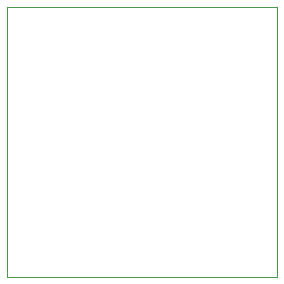
<source format=gm1>
G04 #@! TF.GenerationSoftware,KiCad,Pcbnew,(5.1.2-1)-1*
G04 #@! TF.CreationDate,2020-04-09T00:01:10-04:00*
G04 #@! TF.ProjectId,rca_breadboard_adapter,7263615f-6272-4656-9164-626f6172645f,rev?*
G04 #@! TF.SameCoordinates,Original*
G04 #@! TF.FileFunction,Profile,NP*
%FSLAX46Y46*%
G04 Gerber Fmt 4.6, Leading zero omitted, Abs format (unit mm)*
G04 Created by KiCad (PCBNEW (5.1.2-1)-1) date 2020-04-09 00:01:10*
%MOMM*%
%LPD*%
G04 APERTURE LIST*
%ADD10C,0.050000*%
G04 APERTURE END LIST*
D10*
X162560000Y-46990000D02*
X139700000Y-46990000D01*
X162560000Y-69850000D02*
X139700000Y-69850000D01*
X162560000Y-46990000D02*
X162560000Y-69850000D01*
X139700000Y-69850000D02*
X139700000Y-46990000D01*
M02*

</source>
